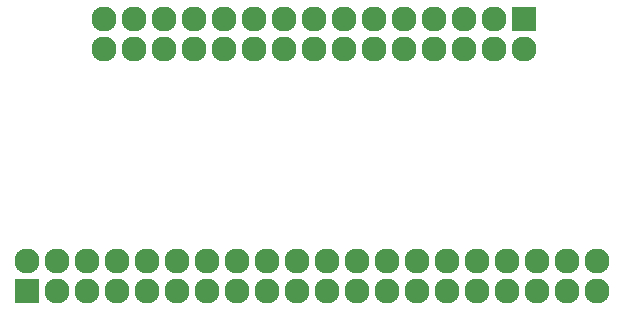
<source format=gbr>
G04 #@! TF.FileFunction,Soldermask,Bot*
%FSLAX46Y46*%
G04 Gerber Fmt 4.6, Leading zero omitted, Abs format (unit mm)*
G04 Created by KiCad (PCBNEW 4.0.3+e1-6302~38~ubuntu15.10.1-stable) date Thu Nov 10 16:03:18 2016*
%MOMM*%
%LPD*%
G01*
G04 APERTURE LIST*
%ADD10C,0.100000*%
%ADD11R,2.127200X2.127200*%
%ADD12O,2.127200X2.127200*%
G04 APERTURE END LIST*
D10*
D11*
X189000000Y-80000000D03*
D12*
X189000000Y-82540000D03*
X186460000Y-80000000D03*
X186460000Y-82540000D03*
X183920000Y-80000000D03*
X183920000Y-82540000D03*
X181380000Y-80000000D03*
X181380000Y-82540000D03*
X178840000Y-80000000D03*
X178840000Y-82540000D03*
X176300000Y-80000000D03*
X176300000Y-82540000D03*
X173760000Y-80000000D03*
X173760000Y-82540000D03*
X171220000Y-80000000D03*
X171220000Y-82540000D03*
X168680000Y-80000000D03*
X168680000Y-82540000D03*
X166140000Y-80000000D03*
X166140000Y-82540000D03*
X163600000Y-80000000D03*
X163600000Y-82540000D03*
X161060000Y-80000000D03*
X161060000Y-82540000D03*
X158520000Y-80000000D03*
X158520000Y-82540000D03*
X155980000Y-80000000D03*
X155980000Y-82540000D03*
X153440000Y-80000000D03*
X153440000Y-82540000D03*
D11*
X147000000Y-103000000D03*
D12*
X147000000Y-100460000D03*
X149540000Y-103000000D03*
X149540000Y-100460000D03*
X152080000Y-103000000D03*
X152080000Y-100460000D03*
X154620000Y-103000000D03*
X154620000Y-100460000D03*
X157160000Y-103000000D03*
X157160000Y-100460000D03*
X159700000Y-103000000D03*
X159700000Y-100460000D03*
X162240000Y-103000000D03*
X162240000Y-100460000D03*
X164780000Y-103000000D03*
X164780000Y-100460000D03*
X167320000Y-103000000D03*
X167320000Y-100460000D03*
X169860000Y-103000000D03*
X169860000Y-100460000D03*
X172400000Y-103000000D03*
X172400000Y-100460000D03*
X174940000Y-103000000D03*
X174940000Y-100460000D03*
X177480000Y-103000000D03*
X177480000Y-100460000D03*
X180020000Y-103000000D03*
X180020000Y-100460000D03*
X182560000Y-103000000D03*
X182560000Y-100460000D03*
X185100000Y-103000000D03*
X185100000Y-100460000D03*
X187640000Y-103000000D03*
X187640000Y-100460000D03*
X190180000Y-103000000D03*
X190180000Y-100460000D03*
X192720000Y-103000000D03*
X192720000Y-100460000D03*
X195260000Y-103000000D03*
X195260000Y-100460000D03*
M02*

</source>
